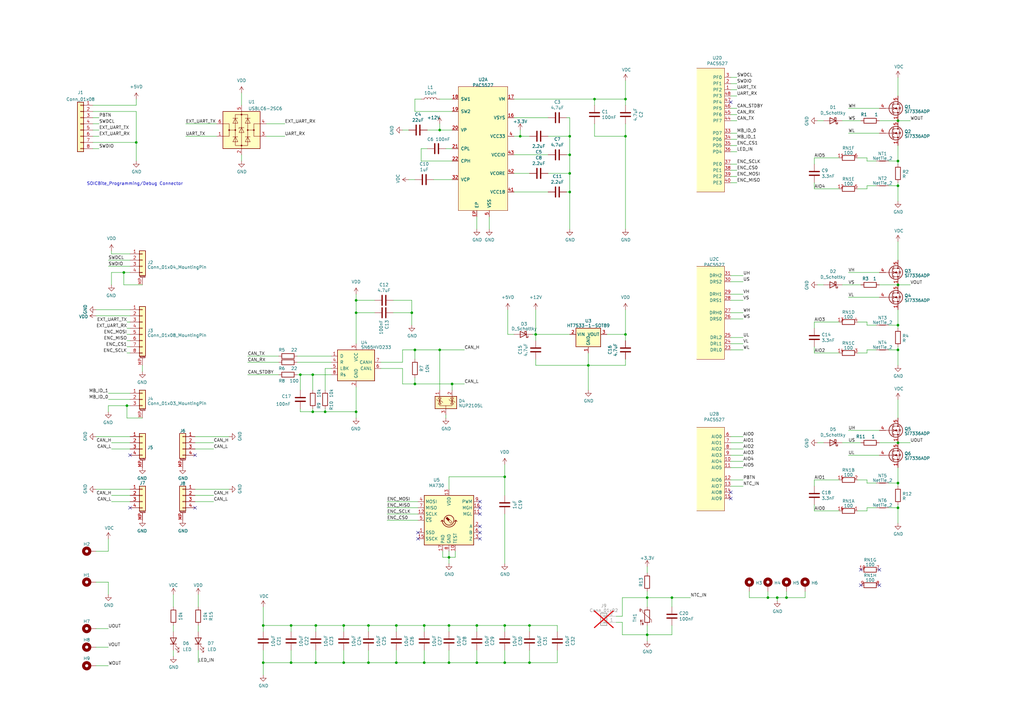
<source format=kicad_sch>
(kicad_sch (version 20230121) (generator eeschema)
  (paper "A3")
  (junction (at 140.97 256.54))
  (junction (at 275.59 245.11))
  (junction (at 140.97 271.78))
  (junction (at 217.17 271.78))
  (junction (at 151.13 256.54))
  (junction (at 368.3 143.51))
  (junction (at 314.96 245.11))
  (junction (at 256.54 40.64))
  (junction (at 55.88 58.42))
  (junction (at 207.01 271.78))
  (junction (at 195.58 256.54))
  (junction (at 207.01 256.54))
  (junction (at 151.13 271.78))
  (junction (at 128.27 153.67))
  (junction (at 180.34 143.51))
  (junction (at 368.3 49.53))
  (junction (at 368.3 76.2))
  (junction (at 119.38 271.78))
  (junction (at 195.58 271.78))
  (junction (at 146.05 128.27))
  (junction (at 180.34 53.34))
  (junction (at 233.68 78.74))
  (junction (at 368.3 181.61))
  (junction (at 170.18 157.48))
  (junction (at 233.68 71.12))
  (junction (at 233.68 55.88))
  (junction (at 256.54 55.88))
  (junction (at 173.99 271.78))
  (junction (at 173.99 256.54))
  (junction (at 184.15 271.78))
  (junction (at 107.95 271.78))
  (junction (at 368.3 133.35))
  (junction (at 368.3 198.12))
  (junction (at 217.17 256.54))
  (junction (at 213.36 55.88))
  (junction (at 265.43 260.35))
  (junction (at 368.3 66.04))
  (junction (at 184.15 256.54))
  (junction (at 184.15 228.6))
  (junction (at 322.58 245.11))
  (junction (at 162.56 271.78))
  (junction (at 185.42 157.48))
  (junction (at 243.84 40.64))
  (junction (at 146.05 168.91))
  (junction (at 107.95 256.54))
  (junction (at 128.27 168.91))
  (junction (at 256.54 137.16))
  (junction (at 241.3 149.86))
  (junction (at 168.91 128.27))
  (junction (at 318.77 245.11))
  (junction (at 162.56 256.54))
  (junction (at 170.18 143.51))
  (junction (at 368.3 116.84))
  (junction (at 52.07 166.37))
  (junction (at 133.35 168.91))
  (junction (at 233.68 63.5))
  (junction (at 265.43 245.11))
  (junction (at 207.01 195.58))
  (junction (at 50.8 111.76))
  (junction (at 129.54 271.78))
  (junction (at 368.3 208.28))
  (junction (at 123.19 153.67))
  (junction (at 119.38 256.54))
  (junction (at 146.05 123.19))
  (junction (at 129.54 256.54))
  (junction (at 219.71 137.16))
  (no_connect (at 196.85 205.74))
  (no_connect (at 171.45 220.98))
  (no_connect (at 171.45 218.44))
  (no_connect (at 360.68 240.03))
  (no_connect (at 80.01 208.28))
  (no_connect (at 360.68 233.68))
  (no_connect (at 299.72 41.91))
  (no_connect (at 53.34 186.69))
  (no_connect (at 80.01 186.69))
  (no_connect (at 53.34 208.28))
  (no_connect (at 353.06 240.03))
  (no_connect (at 353.06 233.68))
  (no_connect (at 196.85 208.28))
  (no_connect (at 196.85 210.82))
  (no_connect (at 196.85 220.98))
  (no_connect (at 196.85 215.9))
  (no_connect (at 196.85 218.44))
  (no_connect (at 299.72 201.93))
  (no_connect (at 299.72 204.47))
  (wire (pts (xy 151.13 266.7) (xy 151.13 271.78)))
  (wire (pts (xy 368.3 133.35) (xy 368.3 134.62)))
  (wire (pts (xy 219.71 149.86) (xy 241.3 149.86)))
  (wire (pts (xy 52.07 144.78) (xy 53.34 144.78)))
  (wire (pts (xy 355.6 208.28) (xy 359.41 208.28)))
  (wire (pts (xy 99.06 38.1) (xy 99.06 43.18)))
  (wire (pts (xy 39.37 129.54) (xy 53.34 129.54)))
  (wire (pts (xy 180.34 143.51) (xy 170.18 143.51)))
  (wire (pts (xy 50.8 116.84) (xy 50.8 111.76)))
  (wire (pts (xy 121.92 148.59) (xy 135.89 148.59)))
  (wire (pts (xy 81.28 243.84) (xy 81.28 248.92)))
  (wire (pts (xy 217.17 271.78) (xy 228.6 271.78)))
  (wire (pts (xy 353.06 49.53) (xy 345.44 49.53)))
  (wire (pts (xy 299.72 59.69) (xy 302.26 59.69)))
  (wire (pts (xy 299.72 57.15) (xy 302.26 57.15)))
  (wire (pts (xy 76.2 50.8) (xy 88.9 50.8)))
  (wire (pts (xy 58.42 152.4) (xy 58.42 149.86)))
  (wire (pts (xy 71.12 256.54) (xy 71.12 259.08)))
  (wire (pts (xy 170.18 143.51) (xy 170.18 147.32)))
  (wire (pts (xy 217.17 256.54) (xy 228.6 256.54)))
  (wire (pts (xy 355.6 133.35) (xy 359.41 133.35)))
  (wire (pts (xy 347.98 121.92) (xy 360.68 121.92)))
  (wire (pts (xy 233.68 71.12) (xy 233.68 78.74)))
  (wire (pts (xy 360.68 49.53) (xy 368.3 49.53)))
  (wire (pts (xy 368.3 207.01) (xy 368.3 208.28)))
  (wire (pts (xy 233.68 63.5) (xy 233.68 71.12)))
  (wire (pts (xy 99.06 63.5) (xy 99.06 66.04)))
  (wire (pts (xy 299.72 74.93) (xy 302.26 74.93)))
  (wire (pts (xy 335.28 49.53) (xy 337.82 49.53)))
  (wire (pts (xy 123.19 153.67) (xy 128.27 153.67)))
  (wire (pts (xy 351.79 132.08) (xy 355.6 132.08)))
  (wire (pts (xy 180.34 143.51) (xy 180.34 160.02)))
  (wire (pts (xy 162.56 256.54) (xy 162.56 259.08)))
  (wire (pts (xy 224.79 48.26) (xy 210.82 48.26)))
  (wire (pts (xy 38.1 55.88) (xy 40.64 55.88)))
  (wire (pts (xy 364.49 143.51) (xy 368.3 143.51)))
  (wire (pts (xy 307.34 242.57) (xy 307.34 245.11)))
  (wire (pts (xy 170.18 40.64) (xy 170.18 45.72)))
  (wire (pts (xy 129.54 266.7) (xy 129.54 271.78)))
  (wire (pts (xy 173.99 256.54) (xy 173.99 259.08)))
  (wire (pts (xy 146.05 123.19) (xy 153.67 123.19)))
  (wire (pts (xy 93.98 179.07) (xy 80.01 179.07)))
  (wire (pts (xy 213.36 53.34) (xy 213.36 55.88)))
  (wire (pts (xy 353.06 181.61) (xy 345.44 181.61)))
  (wire (pts (xy 330.2 245.11) (xy 322.58 245.11)))
  (wire (pts (xy 181.61 228.6) (xy 184.15 228.6)))
  (wire (pts (xy 207.01 190.5) (xy 207.01 195.58)))
  (wire (pts (xy 44.45 238.76) (xy 44.45 243.84)))
  (wire (pts (xy 368.3 99.06) (xy 368.3 106.68)))
  (wire (pts (xy 217.17 266.7) (xy 217.17 271.78)))
  (wire (pts (xy 364.49 66.04) (xy 368.3 66.04)))
  (wire (pts (xy 161.29 123.19) (xy 168.91 123.19)))
  (wire (pts (xy 165.1 157.48) (xy 170.18 157.48)))
  (wire (pts (xy 39.37 265.43) (xy 44.45 265.43)))
  (wire (pts (xy 355.6 208.28) (xy 355.6 209.55)))
  (wire (pts (xy 256.54 139.7) (xy 256.54 137.16)))
  (wire (pts (xy 256.54 137.16) (xy 256.54 127)))
  (wire (pts (xy 368.3 66.04) (xy 368.3 67.31)))
  (wire (pts (xy 241.3 149.86) (xy 241.3 144.78)))
  (wire (pts (xy 50.8 116.84) (xy 58.42 116.84)))
  (wire (pts (xy 172.72 66.04) (xy 185.42 66.04)))
  (wire (pts (xy 299.72 113.03) (xy 304.8 113.03)))
  (wire (pts (xy 44.45 161.29) (xy 53.34 161.29)))
  (wire (pts (xy 265.43 242.57) (xy 265.43 245.11)))
  (wire (pts (xy 210.82 137.16) (xy 208.28 137.16)))
  (wire (pts (xy 38.1 58.42) (xy 55.88 58.42)))
  (wire (pts (xy 241.3 149.86) (xy 256.54 149.86)))
  (wire (pts (xy 123.19 167.64) (xy 123.19 168.91)))
  (wire (pts (xy 255.27 260.35) (xy 265.43 260.35)))
  (wire (pts (xy 165.1 143.51) (xy 165.1 148.59)))
  (wire (pts (xy 180.34 50.8) (xy 180.34 53.34)))
  (wire (pts (xy 101.6 146.05) (xy 114.3 146.05)))
  (wire (pts (xy 52.07 166.37) (xy 44.45 166.37)))
  (wire (pts (xy 184.15 228.6) (xy 184.15 231.14)))
  (wire (pts (xy 299.72 46.99) (xy 302.26 46.99)))
  (wire (pts (xy 55.88 43.18) (xy 55.88 40.64)))
  (wire (pts (xy 265.43 245.11) (xy 265.43 248.92)))
  (wire (pts (xy 228.6 256.54) (xy 228.6 259.08)))
  (wire (pts (xy 299.72 199.39) (xy 304.8 199.39)))
  (wire (pts (xy 330.2 242.57) (xy 330.2 245.11)))
  (wire (pts (xy 334.01 207.01) (xy 334.01 209.55)))
  (wire (pts (xy 151.13 259.08) (xy 151.13 256.54)))
  (wire (pts (xy 151.13 271.78) (xy 162.56 271.78)))
  (wire (pts (xy 299.72 138.43) (xy 304.8 138.43)))
  (wire (pts (xy 224.79 71.12) (xy 233.68 71.12)))
  (wire (pts (xy 233.68 78.74) (xy 233.68 93.98)))
  (wire (pts (xy 207.01 210.82) (xy 207.01 231.14)))
  (wire (pts (xy 299.72 69.85) (xy 302.26 69.85)))
  (wire (pts (xy 210.82 63.5) (xy 224.79 63.5)))
  (wire (pts (xy 140.97 266.7) (xy 140.97 271.78)))
  (wire (pts (xy 265.43 256.54) (xy 265.43 260.35)))
  (wire (pts (xy 184.15 226.06) (xy 184.15 228.6)))
  (wire (pts (xy 322.58 245.11) (xy 318.77 245.11)))
  (wire (pts (xy 207.01 256.54) (xy 207.01 259.08)))
  (wire (pts (xy 181.61 226.06) (xy 181.61 228.6)))
  (wire (pts (xy 299.72 189.23) (xy 304.8 189.23)))
  (wire (pts (xy 364.49 208.28) (xy 368.3 208.28)))
  (wire (pts (xy 334.01 74.93) (xy 334.01 77.47)))
  (wire (pts (xy 76.2 55.88) (xy 88.9 55.88)))
  (wire (pts (xy 146.05 120.65) (xy 146.05 123.19)))
  (wire (pts (xy 140.97 271.78) (xy 151.13 271.78)))
  (wire (pts (xy 107.95 266.7) (xy 107.95 271.78)))
  (wire (pts (xy 334.01 209.55) (xy 344.17 209.55)))
  (wire (pts (xy 87.63 184.15) (xy 80.01 184.15)))
  (wire (pts (xy 208.28 127) (xy 208.28 137.16)))
  (wire (pts (xy 172.72 40.64) (xy 170.18 40.64)))
  (wire (pts (xy 128.27 167.64) (xy 128.27 168.91)))
  (wire (pts (xy 334.01 196.85) (xy 334.01 199.39)))
  (wire (pts (xy 299.72 130.81) (xy 304.8 130.81)))
  (wire (pts (xy 256.54 33.02) (xy 256.54 40.64)))
  (wire (pts (xy 185.42 157.48) (xy 190.5 157.48)))
  (wire (pts (xy 219.71 127) (xy 219.71 137.16)))
  (wire (pts (xy 146.05 128.27) (xy 146.05 140.97)))
  (wire (pts (xy 38.1 45.72) (xy 55.88 45.72)))
  (wire (pts (xy 368.3 163.83) (xy 368.3 171.45)))
  (wire (pts (xy 151.13 256.54) (xy 162.56 256.54)))
  (wire (pts (xy 128.27 153.67) (xy 128.27 160.02)))
  (wire (pts (xy 368.3 142.24) (xy 368.3 143.51)))
  (wire (pts (xy 81.28 256.54) (xy 81.28 259.08)))
  (wire (pts (xy 119.38 256.54) (xy 119.38 259.08)))
  (wire (pts (xy 355.6 133.35) (xy 355.6 132.08)))
  (wire (pts (xy 39.37 200.66) (xy 53.34 200.66)))
  (wire (pts (xy 299.72 49.53) (xy 302.26 49.53)))
  (wire (pts (xy 45.72 205.74) (xy 53.34 205.74)))
  (wire (pts (xy 38.1 48.26) (xy 40.64 48.26)))
  (wire (pts (xy 55.88 58.42) (xy 55.88 66.04)))
  (wire (pts (xy 107.95 271.78) (xy 107.95 276.86)))
  (wire (pts (xy 355.6 198.12) (xy 359.41 198.12)))
  (wire (pts (xy 140.97 256.54) (xy 151.13 256.54)))
  (wire (pts (xy 168.91 123.19) (xy 168.91 128.27)))
  (wire (pts (xy 121.92 153.67) (xy 123.19 153.67)))
  (wire (pts (xy 156.21 148.59) (xy 165.1 148.59)))
  (wire (pts (xy 52.07 171.45) (xy 52.07 166.37)))
  (wire (pts (xy 368.3 181.61) (xy 373.38 181.61)))
  (wire (pts (xy 299.72 39.37) (xy 302.26 39.37)))
  (wire (pts (xy 243.84 55.88) (xy 256.54 55.88)))
  (wire (pts (xy 314.96 245.11) (xy 307.34 245.11)))
  (wire (pts (xy 161.29 128.27) (xy 168.91 128.27)))
  (wire (pts (xy 256.54 149.86) (xy 256.54 147.32)))
  (wire (pts (xy 351.79 196.85) (xy 355.6 196.85)))
  (wire (pts (xy 210.82 55.88) (xy 213.36 55.88)))
  (wire (pts (xy 123.19 160.02) (xy 123.19 153.67)))
  (wire (pts (xy 299.72 54.61) (xy 302.26 54.61)))
  (wire (pts (xy 129.54 271.78) (xy 140.97 271.78)))
  (wire (pts (xy 39.37 127) (xy 53.34 127)))
  (wire (pts (xy 195.58 93.98) (xy 195.58 88.9)))
  (wire (pts (xy 168.91 128.27) (xy 168.91 133.35)))
  (wire (pts (xy 210.82 78.74) (xy 224.79 78.74)))
  (wire (pts (xy 299.72 191.77) (xy 304.8 191.77)))
  (wire (pts (xy 119.38 256.54) (xy 107.95 256.54)))
  (wire (pts (xy 265.43 245.11) (xy 255.27 245.11)))
  (wire (pts (xy 119.38 266.7) (xy 119.38 271.78)))
  (wire (pts (xy 304.8 181.61) (xy 299.72 181.61)))
  (wire (pts (xy 133.35 167.64) (xy 133.35 168.91)))
  (wire (pts (xy 87.63 203.2) (xy 80.01 203.2)))
  (wire (pts (xy 158.75 205.74) (xy 171.45 205.74)))
  (wire (pts (xy 299.72 72.39) (xy 302.26 72.39)))
  (wire (pts (xy 299.72 143.51) (xy 304.8 143.51)))
  (wire (pts (xy 109.22 55.88) (xy 116.84 55.88)))
  (wire (pts (xy 368.3 143.51) (xy 368.3 149.86)))
  (wire (pts (xy 173.99 266.7) (xy 173.99 271.78)))
  (wire (pts (xy 299.72 179.07) (xy 304.8 179.07)))
  (wire (pts (xy 129.54 256.54) (xy 119.38 256.54)))
  (wire (pts (xy 128.27 168.91) (xy 133.35 168.91)))
  (wire (pts (xy 275.59 248.92) (xy 275.59 245.11)))
  (wire (pts (xy 243.84 50.8) (xy 243.84 55.88)))
  (wire (pts (xy 355.6 66.04) (xy 359.41 66.04)))
  (wire (pts (xy 87.63 205.74) (xy 80.01 205.74)))
  (wire (pts (xy 355.6 198.12) (xy 355.6 196.85)))
  (wire (pts (xy 165.1 151.13) (xy 165.1 157.48)))
  (wire (pts (xy 364.49 76.2) (xy 368.3 76.2)))
  (wire (pts (xy 71.12 243.84) (xy 71.12 248.92)))
  (wire (pts (xy 158.75 210.82) (xy 171.45 210.82)))
  (wire (pts (xy 195.58 266.7) (xy 195.58 271.78)))
  (wire (pts (xy 344.17 196.85) (xy 334.01 196.85)))
  (wire (pts (xy 44.45 166.37) (xy 44.45 168.91)))
  (wire (pts (xy 347.98 44.45) (xy 360.68 44.45)))
  (wire (pts (xy 165.1 53.34) (xy 167.64 53.34)))
  (wire (pts (xy 128.27 153.67) (xy 135.89 153.67)))
  (wire (pts (xy 299.72 36.83) (xy 302.26 36.83)))
  (wire (pts (xy 334.01 144.78) (xy 344.17 144.78)))
  (wire (pts (xy 217.17 259.08) (xy 217.17 256.54)))
  (wire (pts (xy 252.73 255.27) (xy 255.27 255.27)))
  (wire (pts (xy 184.15 266.7) (xy 184.15 271.78)))
  (wire (pts (xy 158.75 208.28) (xy 171.45 208.28)))
  (wire (pts (xy 184.15 271.78) (xy 195.58 271.78)))
  (wire (pts (xy 219.71 137.16) (xy 219.71 139.7)))
  (wire (pts (xy 355.6 66.04) (xy 355.6 64.77)))
  (wire (pts (xy 107.95 271.78) (xy 119.38 271.78)))
  (wire (pts (xy 38.1 50.8) (xy 40.64 50.8)))
  (wire (pts (xy 162.56 266.7) (xy 162.56 271.78)))
  (wire (pts (xy 184.15 228.6) (xy 186.69 228.6)))
  (wire (pts (xy 368.3 116.84) (xy 373.38 116.84)))
  (wire (pts (xy 45.72 181.61) (xy 53.34 181.61)))
  (wire (pts (xy 170.18 157.48) (xy 185.42 157.48)))
  (wire (pts (xy 156.21 151.13) (xy 165.1 151.13)))
  (wire (pts (xy 140.97 256.54) (xy 140.97 259.08)))
  (wire (pts (xy 256.54 50.8) (xy 256.54 55.88)))
  (wire (pts (xy 347.98 54.61) (xy 360.68 54.61)))
  (wire (pts (xy 170.18 154.94) (xy 170.18 157.48)))
  (wire (pts (xy 248.92 137.16) (xy 256.54 137.16)))
  (wire (pts (xy 322.58 242.57) (xy 322.58 245.11)))
  (wire (pts (xy 45.72 203.2) (xy 53.34 203.2)))
  (wire (pts (xy 318.77 245.11) (xy 314.96 245.11)))
  (wire (pts (xy 228.6 266.7) (xy 228.6 271.78)))
  (wire (pts (xy 355.6 76.2) (xy 359.41 76.2)))
  (wire (pts (xy 133.35 151.13) (xy 133.35 160.02)))
  (wire (pts (xy 299.72 123.19) (xy 304.8 123.19)))
  (wire (pts (xy 39.37 179.07) (xy 53.34 179.07)))
  (wire (pts (xy 355.6 76.2) (xy 355.6 77.47)))
  (wire (pts (xy 233.68 55.88) (xy 233.68 63.5)))
  (wire (pts (xy 195.58 256.54) (xy 207.01 256.54)))
  (wire (pts (xy 265.43 232.41) (xy 265.43 234.95)))
  (wire (pts (xy 55.88 45.72) (xy 55.88 58.42)))
  (wire (pts (xy 241.3 149.86) (xy 241.3 160.02)))
  (wire (pts (xy 299.72 196.85) (xy 304.8 196.85)))
  (wire (pts (xy 195.58 271.78) (xy 207.01 271.78)))
  (wire (pts (xy 252.73 252.73) (xy 255.27 252.73)))
  (wire (pts (xy 256.54 40.64) (xy 256.54 43.18)))
  (wire (pts (xy 121.92 146.05) (xy 135.89 146.05)))
  (wire (pts (xy 195.58 256.54) (xy 195.58 259.08)))
  (wire (pts (xy 334.01 77.47) (xy 344.17 77.47)))
  (wire (pts (xy 255.27 255.27) (xy 255.27 260.35)))
  (wire (pts (xy 170.18 45.72) (xy 185.42 45.72)))
  (wire (pts (xy 299.72 62.23) (xy 302.26 62.23)))
  (wire (pts (xy 38.1 53.34) (xy 40.64 53.34)))
  (wire (pts (xy 185.42 40.64) (xy 180.34 40.64)))
  (wire (pts (xy 360.68 116.84) (xy 368.3 116.84)))
  (wire (pts (xy 344.17 132.08) (xy 334.01 132.08)))
  (wire (pts (xy 207.01 195.58) (xy 207.01 203.2)))
  (wire (pts (xy 255.27 245.11) (xy 255.27 252.73)))
  (wire (pts (xy 299.72 34.29) (xy 302.26 34.29)))
  (wire (pts (xy 129.54 256.54) (xy 129.54 259.08)))
  (wire (pts (xy 368.3 208.28) (xy 368.3 214.63)))
  (wire (pts (xy 185.42 157.48) (xy 185.42 160.02)))
  (wire (pts (xy 146.05 123.19) (xy 146.05 128.27)))
  (wire (pts (xy 299.72 120.65) (xy 304.8 120.65)))
  (wire (pts (xy 172.72 60.96) (xy 175.26 60.96)))
  (wire (pts (xy 233.68 48.26) (xy 233.68 55.88)))
  (wire (pts (xy 180.34 53.34) (xy 175.26 53.34)))
  (wire (pts (xy 185.42 53.34) (xy 180.34 53.34)))
  (wire (pts (xy 364.49 198.12) (xy 368.3 198.12)))
  (wire (pts (xy 207.01 256.54) (xy 217.17 256.54)))
  (wire (pts (xy 368.3 74.93) (xy 368.3 76.2)))
  (wire (pts (xy 256.54 55.88) (xy 256.54 93.98)))
  (wire (pts (xy 190.5 143.51) (xy 180.34 143.51)))
  (wire (pts (xy 265.43 260.35) (xy 265.43 262.89)))
  (wire (pts (xy 50.8 111.76) (xy 53.34 111.76)))
  (wire (pts (xy 58.42 171.45) (xy 52.07 171.45)))
  (wire (pts (xy 368.3 198.12) (xy 368.3 199.39)))
  (wire (pts (xy 52.07 132.08) (xy 53.34 132.08)))
  (wire (pts (xy 243.84 43.18) (xy 243.84 40.64)))
  (wire (pts (xy 146.05 128.27) (xy 153.67 128.27)))
  (wire (pts (xy 184.15 200.66) (xy 184.15 195.58)))
  (wire (pts (xy 299.72 128.27) (xy 304.8 128.27)))
  (wire (pts (xy 93.98 200.66) (xy 80.01 200.66)))
  (wire (pts (xy 109.22 50.8) (xy 116.84 50.8)))
  (wire (pts (xy 173.99 271.78) (xy 184.15 271.78)))
  (wire (pts (xy 344.17 64.77) (xy 334.01 64.77)))
  (wire (pts (xy 353.06 116.84) (xy 345.44 116.84)))
  (wire (pts (xy 39.37 273.05) (xy 44.45 273.05)))
  (wire (pts (xy 256.54 40.64) (xy 243.84 40.64)))
  (wire (pts (xy 182.88 171.45) (xy 182.88 170.18)))
  (wire (pts (xy 355.6 143.51) (xy 359.41 143.51)))
  (wire (pts (xy 39.37 238.76) (xy 44.45 238.76)))
  (wire (pts (xy 185.42 73.66) (xy 177.8 73.66)))
  (wire (pts (xy 45.72 111.76) (xy 45.72 116.84)))
  (wire (pts (xy 52.07 142.24) (xy 53.34 142.24)))
  (wire (pts (xy 45.72 104.14) (xy 45.72 102.87)))
  (wire (pts (xy 335.28 116.84) (xy 337.82 116.84)))
  (wire (pts (xy 368.3 49.53) (xy 373.38 49.53)))
  (wire (pts (xy 101.6 148.59) (xy 114.3 148.59)))
  (wire (pts (xy 170.18 73.66) (xy 167.64 73.66)))
  (wire (pts (xy 217.17 71.12) (xy 210.82 71.12)))
  (wire (pts (xy 355.6 143.51) (xy 355.6 144.78)))
  (wire (pts (xy 368.3 191.77) (xy 368.3 198.12)))
  (wire (pts (xy 71.12 266.7) (xy 71.12 269.24)))
  (wire (pts (xy 364.49 133.35) (xy 368.3 133.35)))
  (wire (pts (xy 44.45 163.83) (xy 53.34 163.83)))
  (wire (pts (xy 351.79 64.77) (xy 355.6 64.77)))
  (wire (pts (xy 200.66 88.9) (xy 200.66 93.98)))
  (wire (pts (xy 360.68 181.61) (xy 368.3 181.61)))
  (wire (pts (xy 335.28 181.61) (xy 337.82 181.61)))
  (wire (pts (xy 186.69 228.6) (xy 186.69 226.06)))
  (wire (pts (xy 207.01 271.78) (xy 217.17 271.78)))
  (wire (pts (xy 243.84 40.64) (xy 210.82 40.64)))
  (wire (pts (xy 38.1 60.96) (xy 40.64 60.96)))
  (wire (pts (xy 107.95 248.92) (xy 107.95 256.54)))
  (wire (pts (xy 232.41 63.5) (xy 233.68 63.5)))
  (wire (pts (xy 219.71 137.16) (xy 233.68 137.16)))
  (wire (pts (xy 184.15 195.58) (xy 207.01 195.58)))
  (wire (pts (xy 182.88 60.96) (xy 185.42 60.96)))
  (wire (pts (xy 123.19 168.91) (xy 128.27 168.91)))
  (wire (pts (xy 119.38 271.78) (xy 129.54 271.78)))
  (wire (pts (xy 87.63 181.61) (xy 80.01 181.61)))
  (wire (pts (xy 368.3 31.75) (xy 368.3 39.37)))
  (wire (pts (xy 265.43 260.35) (xy 275.59 260.35)))
  (wire (pts (xy 146.05 158.75) (xy 146.05 168.91)))
  (wire (pts (xy 318.77 246.38) (xy 318.77 245.11)))
  (wire (pts (xy 184.15 259.08) (xy 184.15 256.54)))
  (wire (pts (xy 81.28 266.7) (xy 81.28 271.78)))
  (wire (pts (xy 53.34 166.37) (xy 52.07 166.37)))
  (wire (pts (xy 218.44 137.16) (xy 219.71 137.16)))
  (wire (pts (xy 44.45 109.22) (xy 53.34 109.22)))
  (wire (pts (xy 172.72 60.96) (xy 172.72 66.04)))
  (wire (pts (xy 299.72 44.45) (xy 302.26 44.45)))
  (wire (pts (xy 347.98 111.76) (xy 360.68 111.76)))
  (wire (pts (xy 101.6 153.67) (xy 114.3 153.67)))
  (wire (pts (xy 368.3 59.69) (xy 368.3 66.04)))
  (wire (pts (xy 170.18 143.51) (xy 165.1 143.51)))
  (wire (pts (xy 351.79 209.55) (xy 355.6 209.55)))
  (wire (pts (xy 351.79 77.47) (xy 355.6 77.47)))
  (wire (pts (xy 299.72 67.31) (xy 302.26 67.31)))
  (wire (pts (xy 299.72 115.57) (xy 304.8 115.57)))
  (wire (pts (xy 52.07 134.62) (xy 53.34 134.62)))
  (wire (pts (xy 368.3 127) (xy 368.3 133.35)))
  (wire (pts (xy 44.45 226.06) (xy 44.45 220.98)))
  (wire (pts (xy 299.72 184.15) (xy 304.8 184.15)))
  (wire (pts (xy 173.99 256.54) (xy 184.15 256.54)))
  (wire (pts (xy 133.35 168.91) (xy 146.05 168.91)))
  (wire (pts (xy 265.43 245.11) (xy 275.59 245.11)))
  (wire (pts (xy 129.54 256.54) (xy 140.97 256.54)))
  (wire (pts (xy 368.3 76.2) (xy 368.3 82.55)))
  (wire (pts (xy 232.41 78.74) (xy 233.68 78.74)))
  (wire (pts (xy 50.8 111.76) (xy 45.72 111.76)))
  (wire (pts (xy 39.37 257.81) (xy 44.45 257.81)))
  (wire (pts (xy 351.79 144.78) (xy 355.6 144.78)))
  (wire (pts (xy 347.98 186.69) (xy 360.68 186.69)))
  (wire (pts (xy 334.01 142.24) (xy 334.01 144.78)))
  (wire (pts (xy 107.95 256.54) (xy 107.95 259.08)))
  (wire (pts (xy 334.01 64.77) (xy 334.01 67.31)))
  (wire (pts (xy 184.15 256.54) (xy 195.58 256.54)))
  (wire (pts (xy 299.72 140.97) (xy 304.8 140.97)))
  (wire (pts (xy 52.07 137.16) (xy 53.34 137.16)))
  (wire (pts (xy 275.59 245.11) (xy 283.21 245.11)))
  (wire (pts (xy 53.34 104.14) (xy 45.72 104.14)))
  (wire (pts (xy 334.01 132.08) (xy 334.01 134.62)))
  (wire (pts (xy 44.45 106.68) (xy 53.34 106.68)))
  (wire (pts (xy 207.01 266.7) (xy 207.01 271.78)))
  (wire (pts (xy 314.96 242.57) (xy 314.96 245.11)))
  (wire (pts (xy 52.07 139.7) (xy 53.34 139.7)))
  (wire (pts (xy 275.59 256.54) (xy 275.59 260.35)))
  (wire (pts (xy 162.56 256.54) (xy 173.99 256.54)))
  (wire (pts (xy 158.75 213.36) (xy 171.45 213.36)))
  (wire (pts (xy 146.05 168.91) (xy 146.05 171.45)))
  (wire (pts (xy 232.41 48.26) (xy 233.68 48.26)))
  (wire (pts (xy 213.36 55.88) (xy 217.17 55.88)))
  (wire (pts (xy 38.1 43.18) (xy 55.88 43.18)))
  (wire (pts (xy 304.8 186.69) (xy 299.72 186.69)))
  (wire (pts (xy 133.35 151.13) (xy 135.89 151.13)))
  (wire (pts (xy 219.71 147.32) (xy 219.71 149.86)))
  (wire (pts (xy 299.72 31.75) (xy 302.26 31.75)))
  (wire (pts (xy 45.72 184.15) (xy 53.34 184.15)))
  (wire (pts (xy 162.56 271.78) (xy 173.99 271.78)))
  (wire (pts (xy 224.79 55.88) (xy 233.68 55.88)))
  (wire (pts (xy 347.98 176.53) (xy 360.68 176.53)))
  (wire (pts (xy 39.37 226.06) (xy 44.45 226.06)))
  (text "SOICBite_Programming/Debug Connector\n" (at 35.56 76.2 0) (effects (font (size 1.27 1.27)) (justify left bottom)))
  (label "WH" (at 347.98 44.45 0))
  (label "CAN_L" (at 87.63 184.15 0))
  (label "ENC_MOSI" (at 52.07 137.16 180))
  (label "SWDIO" (at 44.45 109.22 0))
  (label "UL" (at 304.8 138.43 0))
  (label "ENC_MOSI" (at 158.75 205.74 0))
  (label "AIO4" (at 334.01 77.47 0))
  (label "ENC_MOSI" (at 302.26 72.39 0))
  (label "VL" (at 304.8 140.97 0))
  (label "UART_TX" (at 76.2 55.88 0))
  (label "WS" (at 304.8 130.81 0))
  (label "UOUT" (at 373.38 181.61 0))
  (label "ENC_SCLK" (at 158.75 210.82 0))
  (label "ENC_SCLK" (at 52.07 144.78 180))
  (label "UH" (at 304.8 113.03 0))
  (label "MB_ID_1" (at 302.26 57.15 0))
  (label "VL" (at 347.98 121.92 0))
  (label "VOUT" (at 373.38 116.84 0))
  (label "UH" (at 347.98 176.53 0))
  (label "CAN_RX" (at 101.6 148.59 0))
  (label "SWDCL" (at 302.26 31.75 0))
  (label "CAN_STDBY" (at 302.26 44.45 0))
  (label "ENC_CS1" (at 52.07 142.24 180))
  (label "CAN_RX" (at 302.26 46.99 0))
  (label "AIO1" (at 304.8 181.61 0))
  (label "SWDIO" (at 302.26 34.29 0))
  (label "AIO3" (at 304.8 186.69 0))
  (label "PBTN" (at 40.64 48.26 0))
  (label "WOUT" (at 373.38 49.53 0))
  (label "CAN_TX" (at 101.6 146.05 0))
  (label "VS" (at 347.98 116.84 0))
  (label "MB_ID_1" (at 44.45 161.29 180))
  (label "WH" (at 304.8 128.27 0))
  (label "AIO0" (at 334.01 209.55 0))
  (label "UART_TX" (at 302.26 36.83 0))
  (label "ENC_CS0" (at 302.26 69.85 0))
  (label "VS" (at 304.8 123.19 0))
  (label "VOUT" (at 44.45 265.43 0))
  (label "ENC_SCLK" (at 302.26 67.31 0))
  (label "SWDCL" (at 40.64 50.8 0))
  (label "EXT_UART_RX" (at 52.07 134.62 180))
  (label "CAN_H" (at 87.63 203.2 0))
  (label "ENC_MISO" (at 302.26 74.93 0))
  (label "LED_IN" (at 302.26 62.23 0))
  (label "SWDCL" (at 44.45 106.68 0))
  (label "EXT_UART_RX" (at 40.64 55.88 0))
  (label "WL" (at 304.8 143.51 0))
  (label "LED_IN" (at 81.28 271.78 0))
  (label "AIO5" (at 334.01 64.77 0))
  (label "AIO1" (at 334.01 196.85 0))
  (label "ENC_MISO" (at 158.75 208.28 0))
  (label "CAN_H" (at 190.5 143.51 0))
  (label "WS" (at 347.98 49.53 0))
  (label "EXT_UART_TX" (at 52.07 132.08 180))
  (label "AIO0" (at 304.8 179.07 0))
  (label "UART_RX" (at 116.84 55.88 0))
  (label "UOUT" (at 44.45 257.81 0))
  (label "NTC_IN" (at 304.8 199.39 0))
  (label "VH" (at 347.98 111.76 0))
  (label "PBTN" (at 304.8 196.85 0))
  (label "WOUT" (at 44.45 273.05 0))
  (label "CAN_L" (at 45.72 205.74 180))
  (label "AIO5" (at 304.8 191.77 0))
  (label "NTC_IN" (at 283.21 245.11 0))
  (label "CAN_TX" (at 302.26 49.53 0))
  (label "WL" (at 347.98 54.61 0))
  (label "CAN_H" (at 45.72 181.61 180))
  (label "AIO3" (at 334.01 132.08 0))
  (label "AIO2" (at 304.8 184.15 0))
  (label "US" (at 347.98 181.61 0))
  (label "SWDIO" (at 40.64 60.96 0))
  (label "ENC_MISO" (at 52.07 139.7 180))
  (label "US" (at 304.8 115.57 0))
  (label "EXT_UART_TX" (at 76.2 50.8 0))
  (label "UL" (at 347.98 186.69 0))
  (label "ENC_CS1" (at 302.26 59.69 0))
  (label "MB_ID_0" (at 302.26 54.61 0))
  (label "CAN_STDBY" (at 101.6 153.67 0))
  (label "EXT_UART_RX" (at 116.84 50.8 0))
  (label "EXT_UART_TX" (at 40.64 53.34 0))
  (label "UART_RX" (at 302.26 39.37 0))
  (label "MB_ID_0" (at 44.45 163.83 180))
  (label "AIO2" (at 334.01 144.78 0))
  (label "CAN_L" (at 190.5 157.48 0))
  (label "CAN_H" (at 87.63 181.61 0))
  (label "VH" (at 304.8 120.65 0))
  (label "CAN_H" (at 45.72 203.2 180))
  (label "ENC_CS0" (at 158.75 213.36 0))
  (label "AIO4" (at 304.8 189.23 0))
  (label "CAN_L" (at 87.63 205.74 0))
  (label "CAN_L" (at 45.72 184.15 180))
  (symbol (lib_id "PAC5527_MD:PAC5527") (at 198.12 60.96 0) (unit 1)
    (property "Reference" "U2" (at 198.12 32.639 0))
    (property "Value" "PAC5527" (at 198.12 34.9504 0))
    (property "Footprint" "PAC5527Driver:QFN-48-1EP_6x6mm_P0.4mm_EP4.3x4.3mm_ThermalVias" (effects hide))
  )
  (symbol (lib_id "PAC5527_MD:PAC5527") (at 289.56 194.31 0) (unit 2)
    (property "Reference" "U2" (at 292.9382 169.799 0))
    (property "Value" "PAC5527" (at 292.9382 172.1104 0))
    (property "Footprint" "PAC5527Driver:QFN-48-1EP_6x6mm_P0.4mm_EP4.3x4.3mm_ThermalVias" (effects hide))
  )
  (symbol (lib_id "PAC5527_MD:PAC5527") (at 289.56 133.35 0) (unit 3)
    (property "Reference" "U2" (at 292.9382 106.299 0))
    (property "Value" "PAC5527" (at 292.9382 108.6104 0))
    (property "Footprint" "PAC5527Driver:QFN-48-1EP_6x6mm_P0.4mm_EP4.3x4.3mm_ThermalVias" (effects hide))
  )
  (symbol (lib_id "PAC5527_MD:PAC5527") (at 289.56 53.34 0) (unit 4)
    (property "Reference" "U2" (at 294.2082 23.749 0))
    (property "Value" "PAC5527" (at 294.2082 26.0604 0))
    (property "Footprint" "PAC5527Driver:QFN-48-1EP_6x6mm_P0.4mm_EP4.3x4.3mm_ThermalVias" (effects hide))
  )
  (symbol (lib_id "Device:L") (at 176.53 40.64 90) (unit 1)
    (property "Reference" "L1" (at 176.53 35.814 90))
    (property "Value" "10uH" (at 176.53 38.1254 90))
    (property "Footprint" "Inductor_SMD:L_Changjiang_FNR3010S" (effects hide))
  )
  (symbol (lib_id "Device:C") (at 243.84 46.99 0) (unit 1)
    (property "Reference" "C1" (at 246.761 45.8216 0) (effects (justify left)))
    (property "Value" "100nF" (at 246.761 48.133 0) (effects (justify left)))
    (property "Footprint" "Capacitor_SMD:C_0603_1608Metric" (effects hide))
  )
  (symbol (lib_id "Device:C") (at 171.45 53.34 90) (unit 1)
    (property "Reference" "C4" (at 171.45 46.9392 90))
    (property "Value" "22uF" (at 171.45 49.2506 90))
    (property "Footprint" "Capacitor_SMD:C_0805_2012Metric" (effects hide))
  )
  (symbol (lib_id "Device:C") (at 173.99 73.66 90) (unit 1)
    (property "Reference" "C10" (at 173.99 67.2592 90))
    (property "Value" "1uF" (at 173.99 69.5706 90))
    (property "Footprint" "Capacitor_SMD:C_0402_1005Metric" (effects hide))
  )
  (symbol (lib_id "Device:C") (at 228.6 48.26 90) (unit 1)
    (property "Reference" "C3" (at 228.6 41.8592 90))
    (property "Value" "4.7uF" (at 228.6 44.1706 90))
    (property "Footprint" "Capacitor_SMD:C_0402_1005Metric" (effects hide))
  )
  (symbol (lib_id "Device:C") (at 220.98 55.88 90) (unit 1)
    (property "Reference" "C5" (at 220.98 62.2808 90))
    (property "Value" "2.2uF" (at 220.98 59.9694 90))
    (property "Footprint" "Capacitor_SMD:C_0402_1005Metric" (effects hide))
  )
  (symbol (lib_id "Device:C") (at 228.6 78.74 90) (unit 1)
    (property "Reference" "C11" (at 228.6 72.3392 90))
    (property "Value" "2.2uF" (at 228.6 74.6506 90))
    (property "Footprint" "Capacitor_SMD:C_0402_1005Metric" (effects hide))
  )
  (symbol (lib_id "Device:C") (at 220.98 71.12 90) (unit 1)
    (property "Reference" "C8" (at 220.98 64.7192 90))
    (property "Value" "2.2uF" (at 220.98 67.0306 90))
    (property "Footprint" "Capacitor_SMD:C_0402_1005Metric" (effects hide))
  )
  (symbol (lib_id "Device:C") (at 228.6 63.5 90) (unit 1)
    (property "Reference" "C7" (at 228.6 57.0992 90))
    (property "Value" "4.7uF" (at 228.6 59.4106 90))
    (property "Footprint" "Capacitor_SMD:C_0402_1005Metric" (effects hide))
  )
  (symbol (lib_id "Device:C") (at 179.07 60.96 90) (unit 1)
    (property "Reference" "C6" (at 176.53 57.15 90))
    (property "Value" "100nF" (at 181.61 57.15 90))
    (property "Footprint" "Capacitor_SMD:C_0402_1005Metric" (effects hide))
  )
  (symbol (lib_id "Sensor_Magnetic:MA730") (at 184.15 213.36 0) (unit 1)
    (property "Reference" "U5" (at 179.07 196.85 0))
    (property "Value" "MA730" (at 179.07 199.1614 0))
    (property "Footprint" "Package_DFN_QFN:QFN-16-1EP_3x3mm_P0.5mm_EP1.7x1.7mm" (effects hide))
    (property "Datasheet" "https://www.monolithicpower.com/pub/media/document/m/a/ma730_r1.01.pdf" (effects hide))
  )
  (symbol (lib_id "power:VDC") (at 256.54 33.02 0) (unit 1)
    (property "Reference" "#PWR02" (effects hide))
    (property "Value" "VDC" (at 256.921 28.6258 0))
  )
  (symbol (lib_id "power:VDC") (at 368.3 163.83 0) (unit 1)
    (property "Reference" "#PWR031" (effects hide))
    (property "Value" "VDC" (at 368.681 159.4358 0))
  )
  (symbol (lib_id "Device:R") (at 356.87 181.61 270) (unit 1)
    (property "Reference" "R11" (at 353.06 179.07 90))
    (property "Value" "1" (at 358.14 179.07 90))
    (property "Footprint" "Resistor_SMD:R_0402_1005Metric" (effects hide))
  )
  (symbol (lib_id "Device:D_Schottky") (at 341.63 181.61 180) (unit 1)
    (property "Reference" "D5" (at 341.63 176.0982 0))
    (property "Value" "D_Schottky" (at 341.63 178.4096 0))
    (property "Footprint" "Diode_SMD:D_SOD-523" (effects hide))
  )
  (symbol (lib_id "power:GND") (at 368.3 214.63 0) (unit 1)
    (property "Reference" "#PWR045" (effects hide))
    (property "Value" "GND" (at 368.427 219.0242 0))
  )
  (symbol (lib_id "Device:C") (at 334.01 203.2 0) (unit 1)
    (property "Reference" "C18" (at 336.931 202.0316 0) (effects (justify left)))
    (property "Value" "3.3nF" (at 336.931 204.343 0) (effects (justify left)))
    (property "Footprint" "Capacitor_SMD:C_0402_1005Metric" (effects hide))
  )
  (symbol (lib_id "power:GND") (at 335.28 181.61 270) (unit 1)
    (property "Reference" "#PWR037" (effects hide))
    (property "Value" "GND" (at 330.8858 181.737 0))
  )
  (symbol (lib_id "Device:D_Schottky") (at 341.63 116.84 180) (unit 1)
    (property "Reference" "D2" (at 341.63 111.3282 0))
    (property "Value" "D_Schottky" (at 341.63 113.6396 0))
    (property "Footprint" "Diode_SMD:D_SOD-523" (effects hide))
  )
  (symbol (lib_id "power:GND") (at 335.28 116.84 270) (unit 1)
    (property "Reference" "#PWR020" (effects hide))
    (property "Value" "GND" (at 330.8858 116.967 0))
  )
  (symbol (lib_id "Device:C") (at 334.01 138.43 0) (unit 1)
    (property "Reference" "C14" (at 336.931 137.2616 0) (effects (justify left)))
    (property "Value" "3.3nF" (at 336.931 139.573 0) (effects (justify left)))
    (property "Footprint" "Capacitor_SMD:C_0402_1005Metric" (effects hide))
  )
  (symbol (lib_id "power:GND") (at 368.3 149.86 0) (unit 1)
    (property "Reference" "#PWR028" (effects hide))
    (property "Value" "GND" (at 368.427 154.2542 0))
  )
  (symbol (lib_id "Device:R") (at 356.87 116.84 270) (unit 1)
    (property "Reference" "R3" (at 354.965 114.3 90))
    (property "Value" "1" (at 358.775 114.3 90))
    (property "Footprint" "Resistor_SMD:R_0402_1005Metric" (effects hide))
  )
  (symbol (lib_id "power:VDC") (at 368.3 99.06 0) (unit 1)
    (property "Reference" "#PWR017" (effects hide))
    (property "Value" "VDC" (at 368.681 94.6658 0))
  )
  (symbol (lib_id "Device:D_Schottky") (at 341.63 49.53 180) (unit 1)
    (property "Reference" "D1" (at 341.63 44.0182 0))
    (property "Value" "D_Schottky" (at 341.63 46.3296 0))
    (property "Footprint" "Diode_SMD:D_SOD-523" (effects hide))
  )
  (symbol (lib_id "power:GND") (at 335.28 49.53 270) (unit 1)
    (property "Reference" "#PWR05" (effects hide))
    (property "Value" "GND" (at 330.8858 49.657 0))
  )
  (symbol (lib_id "Device:C") (at 334.01 71.12 0) (unit 1)
    (property "Reference" "C9" (at 336.931 69.9516 0) (effects (justify left)))
    (property "Value" "3.3nF" (at 336.931 72.263 0) (effects (justify left)))
    (property "Footprint" "Capacitor_SMD:C_0402_1005Metric" (effects hide))
  )
  (symbol (lib_id "power:GND") (at 368.3 82.55 0) (unit 1)
    (property "Reference" "#PWR012" (effects hide))
    (property "Value" "GND" (at 368.427 86.9442 0))
  )
  (symbol (lib_id "Device:R") (at 356.87 49.53 270) (unit 1)
    (property "Reference" "R1" (at 354.33 46.99 90))
    (property "Value" "1" (at 359.41 46.99 90))
    (property "Footprint" "Resistor_SMD:R_0402_1005Metric" (effects hide))
  )
  (symbol (lib_id "power:VDC") (at 368.3 31.75 0) (unit 1)
    (property "Reference" "#PWR01" (effects hide))
    (property "Value" "VDC" (at 368.681 27.3558 0))
  )
  (symbol (lib_id "power:GND") (at 256.54 93.98 0) (unit 1)
    (property "Reference" "#PWR016" (effects hide))
    (property "Value" "GND" (at 256.667 98.3742 0))
  )
  (symbol (lib_id "power:GND") (at 200.66 93.98 0) (unit 1)
    (property "Reference" "#PWR014" (effects hide))
    (property "Value" "GND" (at 200.787 98.3742 0))
  )
  (symbol (lib_id "power:GND") (at 195.58 93.98 0) (unit 1)
    (property "Reference" "#PWR013" (effects hide))
    (property "Value" "GND" (at 195.707 98.3742 0))
  )
  (symbol (lib_id "power:GND") (at 233.68 93.98 0) (unit 1)
    (property "Reference" "#PWR015" (effects hide))
    (property "Value" "GND" (at 233.807 98.3742 0))
  )
  (symbol (lib_id "power:VDC") (at 167.64 73.66 90) (unit 1)
    (property "Reference" "#PWR011" (effects hide))
    (property "Value" "VDC" (at 163.2458 73.279 0))
  )
  (symbol (lib_id "power:GND") (at 165.1 53.34 270) (unit 1)
    (property "Reference" "#PWR07" (effects hide))
    (property "Value" "GND" (at 160.7058 53.467 0))
  )
  (symbol (lib_id "power:GND") (at 71.12 269.24 0) (unit 1)
    (property "Reference" "#PWR056" (effects hide))
    (property "Value" "GND" (at 71.247 273.6342 0))
  )
  (symbol (lib_id "Connector_Generic_MountingPin:Conn_01x04_MountingPin") (at 58.42 181.61 0) (unit 1)
    (property "Reference" "J5" (at 60.452 183.5524 0) (effects (justify left)))
    (property "Value" "Conn_01x04_MountingPin" (effects hide))
    (property "Footprint" "Connector_JST:JST_GH_SM04B-GHS-TB_1x04-1MP_P1.25mm_Horizontal" (effects hide))
  )
  (symbol (lib_id "Transistor_FET:Si7336ADP") (at 365.76 121.92 0) (unit 1)
    (property "Reference" "Q4" (at 370.967 121.2763 0) (effects (justify left)))
    (property "Value" "Si7336ADP" (at 370.967 123.1973 0) (effects (justify left)))
    (property "Footprint" "Package_SO:PowerPAK_SO-8_Single" (effects hide))
    (property "Datasheet" "https://www.vishay.com/docs/73152/si7336adp.pdf" (effects hide))
  )
  (symbol (lib_id "Device:C") (at 107.95 262.89 0) (unit 1)
    (property "Reference" "C21" (at 114.3508 262.89 90))
    (property "Value" "10uF" (at 112.0394 262.89 90))
    (property "Footprint" "Capacitor_SMD:C_1210_3225Metric" (effects hide))
  )
  (symbol (lib_id "Device:NetTie_2") (at 361.95 66.04 0) (unit 1) (in_bom no)
    (property "Reference" "NT1" (at 361.95 63.0301 0))
    (property "Value" "NetTie_2" (at 361.95 64.9511 0))
    (property "Footprint" "NetTie:NetTie-2_SMD_Pad0.5mm" (effects hide))
  )
  (symbol (lib_id "power:GND") (at 168.91 133.35 0) (unit 1)
    (property "Reference" "#PWR027" (effects hide))
    (property "Value" "GND" (at 169.037 137.7442 0))
  )
  (symbol (lib_id "Mechanical:MountingHole_Pad") (at 330.2 240.03 0) (unit 1)
    (property "Reference" "H6" (at 332.74 239.0768 0) (effects (justify left)))
    (property "Value" "MountingHole_Pad" (effects hide))
    (property "Footprint" "MountingHole:MountingHole_2.7mm_M2.5_Pad_TopBottom" (effects hide))
  )
  (symbol (lib_id "Device:NetTie_2") (at 361.95 133.35 0) (unit 1) (in_bom no)
    (property "Reference" "NT3" (at 361.95 130.3401 0))
    (property "Value" "NetTie_2" (at 361.95 132.2611 0))
    (property "Footprint" "NetTie:NetTie-2_SMD_Pad0.5mm" (effects hide))
  )
  (symbol (lib_id "power:VDC") (at 71.12 243.84 0) (unit 1)
    (property "Reference" "#PWR051" (effects hide))
    (property "Value" "VDC" (at 71.12 240.03 0))
  )
  (symbol (lib_id "power:GND") (at 58.42 213.36 0) (mirror y) (unit 1)
    (property "Reference" "#PWR043" (effects hide))
    (property "Value" "GND" (at 58.293 217.7542 0))
  )
  (symbol (lib_id "Device:R") (at 265.43 238.76 0) (unit 1)
    (property "Reference" "R13" (at 262.89 238.76 90))
    (property "Value" "10k" (effects hide))
    (property "Footprint" "Resistor_SMD:R_0402_1005Metric" (effects hide))
  )
  (symbol (lib_id "power:VDD") (at 45.72 102.87 0) (unit 1)
    (property "Reference" "#PWR018" (effects hide))
    (property "Value" "VDD" (at 45.72 97.79 0))
  )
  (symbol (lib_id "Device:NetTie_2") (at 361.95 208.28 0) (unit 1) (in_bom no)
    (property "Reference" "NT6" (at 361.95 205.2701 0))
    (property "Value" "NetTie_2" (at 361.95 207.1911 0))
    (property "Footprint" "NetTie:NetTie-2_SMD_Pad0.5mm" (effects hide))
  )
  (symbol (lib_id "Device:R") (at 81.28 252.73 180) (unit 1)
    (property "Reference" "R15" (at 86.5378 252.73 90))
    (property "Value" "10k" (at 84.2264 252.73 90))
    (property "Footprint" "Resistor_SMD:R_0402_1005Metric" (effects hide))
  )
  (symbol (lib_id "Device:R_Pack08_Split") (at 356.87 233.68 90) (unit 7)
    (property "Reference" "RN1" (at 356.87 229.6541 90))
    (property "Value" "100" (at 356.87 231.5751 90))
    (property "Footprint" "Resistor_SMD:R_Array_Convex_8x0602" (effects hide))
  )
  (symbol (lib_id "Transistor_FET:Si7336ADP") (at 365.76 54.61 0) (unit 1)
    (property "Reference" "Q2" (at 370.967 53.9663 0) (effects (justify left)))
    (property "Value" "Si7336ADP" (at 370.967 55.8873 0) (effects (justify left)))
    (property "Footprint" "Package_SO:PowerPAK_SO-8_Single" (effects hide))
    (property "Datasheet" "https://www.vishay.com/docs/73152/si7336adp.pdf" (effects hide))
  )
  (symbol (lib_id "power:GND") (at 93.98 200.66 90) (unit 1)
    (property "Reference" "#PWR042" (effects hide))
    (property "Value" "GND" (at 98.3742 200.533 0))
  )
  (symbol (lib_id "Device:C") (at 129.54 262.89 0) (unit 1)
    (property "Reference" "C23" (at 135.9408 262.89 90))
    (property "Value" "10uF" (at 133.6294 262.89 90))
    (property "Footprint" "Capacitor_SMD:C_1210_3225Metric" (effects hide))
  )
  (symbol (lib_id "Mechanical:MountingHole_Pad") (at 322.58 240.03 0) (unit 1)
    (property "Reference" "H5" (at 325.12 239.0768 0) (effects (justify left)))
    (property "Value" "MountingHole_Pad" (effects hide))
    (property "Footprint" "MountingHole:MountingHole_2.7mm_M2.5_Pad_TopBottom" (effects hide))
  )
  (symbol (lib_id "Device:C") (at 157.48 123.19 90) (unit 1)
    (property "Reference" "C12" (at 157.48 116.7892 90))
    (property "Value" "4.7uF" (at 157.48 119.1006 90))
    (property "Footprint" "Capacitor_SMD:C_0402_1005Metric" (effects hide))
  )
  (symbol (lib_id "Device:C") (at 162.56 262.89 0) (unit 1)
    (property "Reference" "C26" (at 168.9608 262.89 90))
    (property "Value" "10uF" (at 166.6494 262.89 90))
    (property "Footprint" "Capacitor_SMD:C_1210_3225Metric" (effects hide))
  )
  (symbol (lib_id "Connector_Generic_MountingPin:Conn_01x04_MountingPin") (at 58.42 203.2 0) (unit 1)
    (property "Reference" "J7" (at 58.42 198.12 0))
    (property "Value" "Conn_01x04_MountingPin" (effects hide))
    (property "Footprint" "Connector_JST:JST_GH_SM04B-GHS-TB_1x04-1MP_P1.25mm_Horizontal" (effects hide))
  )
  (symbol (lib_id "Interface_CAN_LIN:SN65HVD233") (at 146.05 148.59 0) (unit 1)
    (property "Reference" "U4" (at 148.0059 140.5001 0) (effects (justify left)))
    (property "Value" "SN65HVD233" (at 148.0059 142.4211 0) (effects (justify left)))
    (property "Footprint" "Package_SO:SOIC-8_3.9x4.9mm_P1.27mm" (effects hide))
    (property "Datasheet" "http://www.ti.com/lit/ds/symlink/sn65hvd234.pdf" (effects hide))
  )
  (symbol (lib_id "power:GND") (at 58.42 191.77 0) (mirror y) (unit 1)
    (property "Reference" "#PWR039" (effects hide))
    (property "Value" "GND" (at 58.293 196.1642 0))
  )
  (symbol (lib_id "Mechanical:MountingHole_Pad") (at 36.83 265.43 90) (unit 1)
    (property "Reference" "H8" (at 35.56 262.4605 90))
    (property "Value" "MountingHole_Pad" (effects hide))
    (property "Footprint" "MountingHole:MountingHole_2.2mm_M2_DIN965_Pad_TopOnly" (effects hide))
  )
  (symbol (lib_id "power:GND") (at 93.98 179.07 90) (unit 1)
    (property "Reference" "#PWR036" (effects hide))
    (property "Value" "GND" (at 98.3742 178.943 0))
  )
  (symbol (lib_id "Device:R") (at 128.27 163.83 180) (unit 1)
    (property "Reference" "R9" (at 130.81 166.37 90))
    (property "Value" "10k" (at 130.81 161.29 90))
    (property "Footprint" "Resistor_SMD:R_0402_1005Metric" (effects hide))
  )
  (symbol (lib_id "Mechanical:MountingHole_Pad") (at 36.83 273.05 90) (unit 1)
    (property "Reference" "H9" (at 35.56 270.0805 90))
    (property "Value" "MountingHole_Pad" (effects hide))
    (property "Footprint" "MountingHole:MountingHole_2.2mm_M2_DIN965_Pad_TopOnly" (effects hide))
  )
  (symbol (lib_id "Power_Protection:USBLC6-2SC6") (at 99.06 53.34 0) (unit 1)
    (property "Reference" "U1" (at 101.8287 41.7535 0) (effects (justify left)))
    (property "Value" "USBLC6-2SC6" (at 101.8287 44.5286 0) (effects (justify left)))
    (property "Footprint" "Package_TO_SOT_SMD:SOT-23-6" (effects hide))
    (property "Datasheet" "https://www.st.com/resource/en/datasheet/usblc6-2.pdf" (effects hide))
  )
  (symbol (lib_id "power:GND") (at 55.88 66.04 0) (unit 1)
    (property "Reference" "#PWR09" (effects hide))
    (property "Value" "GND" (at 56.007 70.4342 0))
  )
  (symbol (lib_id "Device:C") (at 256.54 143.51 180) (unit 1)
    (property "Reference" "C16" (at 250.1392 143.51 90))
    (property "Value" "4.7uF" (at 252.4506 143.51 90))
    (property "Footprint" "Capacitor_SMD:C_0402_1005Metric" (effects hide))
  )
  (symbol (lib_id "Device:LED") (at 71.12 262.89 90) (unit 1)
    (property "Reference" "D6" (at 74.93 263.8425 90) (effects (justify right)))
    (property "Value" "LED" (at 74.93 266.3825 90) (effects (justify right)))
    (property "Footprint" "Diode_SMD:D_0402_1005Metric" (effects hide))
  )
  (symbol (lib_id "power:+5VD") (at 55.88 40.64 0) (unit 1)
    (property "Reference" "#PWR04" (effects hide))
    (property "Value" "+5VD" (at 55.88 35.56 0))
  )
  (symbol (lib_id "Transistor_FET:Si7336ADP") (at 365.76 111.76 0) (unit 1)
    (property "Reference" "Q3" (at 370.967 111.1163 0) (effects (justify left)))
    (property "Value" "Si7336ADP" (at 370.967 113.0373 0) (effects (justify left)))
    (property "Footprint" "Package_SO:PowerPAK_SO-8_Single" (effects hide))
    (property "Datasheet" "https://www.vishay.com/docs/73152/si7336adp.pdf" (effects hide))
  )
  (symbol (lib_id "Connector_Generic:Conn_01x02") (at 247.65 255.27 180) (unit 1) (dnp yes)
    (property "Reference" "J9" (at 247.65 248.4501 0))
    (property "Value" "Conn_01x02" (at 247.65 250.3711 0))
    (property "Footprint" "Connector_PinHeader_1.27mm:PinHeader_1x02_P1.27mm_Vertical" (effects hide))
  )
  (symbol (lib_id "power:GND") (at 58.42 152.4 0) (mirror y) (unit 1)
    (property "Reference" "#PWR029" (effects hide))
    (property "Value" "GND" (at 58.293 156.7942 0))
  )
  (symbol (lib_id "Device:R") (at 170.18 151.13 0) (unit 1)
    (property "Reference" "R7" (at 172.9486 151.13 90))
    (property "Value" "10k" (at 175.26 151.13 90))
    (property "Footprint" "Resistor_SMD:R_0402_1005Metric" (effects hide))
  )
  (symbol (lib_id "Device:C") (at 157.48 128.27 270) (unit 1)
    (property "Reference" "C13" (at 158.6484 131.191 0) (effects (justify left)))
    (property "Value" "100nF" (at 156.337 131.191 0) (effects (justify left)))
    (property "Footprint" "Capacitor_SMD:C_0402_1005Metric" (effects hide))
  )
  (symbol (lib_id "power:VDD") (at 207.01 190.5 0) (unit 1)
    (property "Reference" "#PWR038" (effects hide))
    (property "Value" "VDD" (at 207.01 185.42 0))
  )
  (symbol (lib_id "Device:R_Pack08_Split") (at 347.98 196.85 90) (unit 2)
    (property "Reference" "RN1" (at 347.98 192.8241 90))
    (property "Value" "100" (at 347.98 194.7451 90))
    (property "Footprint" "Resistor_SMD:R_Array_Convex_8x0602" (effects hide))
  )
  (symbol (lib_id "Mechanical:MountingHole_Pad") (at 314.96 240.03 0) (unit 1)
    (property "Reference" "H4" (at 317.5 239.0768 0) (effects (justify left)))
    (property "Value" "MountingHole_Pad" (effects hide))
    (property "Footprint" "MountingHole:MountingHole_2.7mm_M2.5_Pad_TopBottom" (effects hide))
  )
  (symbol (lib_id "power:GND") (at 265.43 262.89 0) (unit 1)
    (property "Reference" "#PWR055" (effects hide))
    (property "Value" "GND" (at 265.557 267.2842 0))
  )
  (symbol (lib_id "Device:C") (at 207.01 262.89 0) (unit 1)
    (property "Reference" "C30" (at 213.4108 262.89 90))
    (property "Value" "10uF" (at 211.0994 262.89 90))
    (property "Footprint" "Capacitor_SMD:C_1210_3225Metric" (effects hide))
  )
  (symbol (lib_id "Device:R") (at 368.3 71.12 0) (unit 1)
    (property "Reference" "R2" (at 370.078 70.4763 0) (effects (justify left)))
    (property "Value" "R" (at 370.078 72.3973 0) (effects (justify left)))
    (property "Footprint" "Resistor_SMD:R_2512_6332Metric" (effects hide))
  )
  (symbol (lib_id "Mechanical:MountingHole_Pad") (at 36.83 226.06 90) (unit 1)
    (property "Reference" "H2" (at 35.56 223.1931 90))
    (property "Value" "MountingHole_Pad" (effects hide))
    (property "Footprint" "MountingHole:MountingHole_2.2mm_M2_DIN965_Pad_TopBottom" (effects hide))
  )
  (symbol (lib_id "Transistor_FET:Si7336ADP") (at 365.76 186.69 0) (unit 1)
    (property "Reference" "Q6" (at 370.967 186.0463 0) (effects (justify left)))
    (property "Value" "Si7336ADP" (at 370.967 187.9673 0) (effects (justify left)))
    (property "Footprint" "Package_SO:PowerPAK_SO-8_Single" (effects hide))
    (property "Datasheet" "https://www.vishay.com/docs/73152/si7336adp.pdf" (effects hide))
  )
  (symbol (lib_id "power:VDD") (at 39.37 129.54 90) (unit 1)
    (property "Reference" "#PWR026" (effects hide))
    (property "Value" "VDD" (at 36.195 129.8568 90) (effects (justify left)))
  )
  (symbol (lib_id "Device:R") (at 71.12 252.73 180) (unit 1)
    (property "Reference" "R14" (effects hide))
    (property "Value" "10k" (at 74.0664 252.73 90))
    (property "Footprint" "Resistor_SMD:R_0402_1005Metric" (effects hide))
  )
  (symbol (lib_id "power:GND") (at 184.15 231.14 0) (unit 1)
    (property "Reference" "#PWR047" (effects hide))
    (property "Value" "GND" (at 184.277 235.5342 0))
  )
  (symbol (lib_id "Device:NetTie_2") (at 361.95 76.2 0) (unit 1) (in_bom no)
    (property "Reference" "NT2" (at 361.95 73.1901 0))
    (property "Value" "NetTie_2" (at 361.95 75.1111 0))
    (property "Footprint" "NetTie:NetTie-2_SMD_Pad0.5mm" (effects hide))
  )
  (symbol (lib_id "Device:NetTie_2") (at 361.95 198.12 0) (unit 1) (in_bom no)
    (property "Reference" "NT5" (at 361.95 195.1101 0))
    (property "Value" "NetTie_2" (at 361.95 197.0311 0))
    (property "Footprint" "NetTie:NetTie-2_SMD_Pad0.5mm" (effects hide))
  )
  (symbol (lib_id "power:GND") (at 44.45 168.91 0) (mirror y) (unit 1)
    (property "Reference" "#PWR032" (effects hide))
    (property "Value" "GND" (at 44.323 173.3042 0))
  )
  (symbol (lib_id "Device:R_Pack08_Split") (at 347.98 132.08 90) (unit 4)
    (property "Reference" "RN1" (at 347.98 128.0541 90))
    (property "Value" "100" (at 347.98 129.9751 90))
    (property "Footprint" "Resistor_SMD:R_Array_Convex_8x0602" (effects hide))
  )
  (symbol (lib_id "Device:C") (at 173.99 262.89 0) (unit 1)
    (property "Reference" "C27" (at 180.3908 262.89 90))
    (property "Value" "10uF" (at 178.0794 262.89 90))
    (property "Footprint" "Capacitor_SMD:C_1210_3225Metric" (effects hide))
  )
  (symbol (lib_id "Device:C") (at 256.54 46.99 0) (unit 1)
    (property "Reference" "C2" (at 262.9408 46.99 90))
    (property "Value" "4.7uF" (at 260.6294 46.99 90))
    (property "Footprint" "Capacitor_SMD:C_0402_1005Metric" (effects hide))
  )
  (symbol (lib_id "power:+12V") (at 180.34 50.8 0) (unit 1)
    (property "Reference" "#PWR06" (effects hide))
    (property "Value" "+12V" (at 177.8 48.26 0))
  )
  (symbol (lib_id "Device:C") (at 228.6 262.89 0) (unit 1)
    (property "Reference" "C32" (at 235.0008 262.89 90))
    (property "Value" "10uF" (at 232.6894 262.89 90))
    (property "Footprint" "Capacitor_SMD:C_1210_3225Metric" (effects hide))
  )
  (symbol (lib_id "power:VDC") (at 107.95 248.92 0) (unit 1)
    (property "Reference" "#PWR054" (effects hide))
    (property "Value" "VDC" (at 108.331 244.5258 0))
  )
  (symbol (lib_id "power:VDD") (at 146.05 120.65 0) (unit 1)
    (property "Reference" "#PWR021" (effects hide))
    (property "Value" "VDD" (at 146.05 115.57 0))
  )
  (symbol (lib_id "Connector_Generic_MountingPin:Conn_01x08_MountingPin") (at 58.42 134.62 0) (unit 1)
    (property "Reference" "J3" (at 60.452 135.6019 0) (effects (justify left)))
    (property "Value" "Conn_01x08_MountingPin" (at 60.452 137.5229 0) (effects (justify left)))
    (property "Footprint" "Connector_JST:JST_GH_BM08B-GHS-TBT_1x08-1MP_P1.25mm_Vertical" (effects hide))
  )
  (symbol (lib_id "Device:C") (at 123.19 163.83 180) (unit 1)
    (property "Reference" "C17" (at 117.475 162.56 0))
    (property "Value" "100nF" (at 116.205 165.735 0))
    (property "Footprint" "Capacitor_SMD:C_0402_1005Metric" (effects hide))
  )
  (symbol (lib_id "power:VDC") (at 44.45 220.98 0) (unit 1)
    (property "Reference" "#PWR046" (effects hide))
    (property "Value" "VDC" (at 44.831 216.5858 0))
  )
  (symbol (lib_id "Device:R_Pack08_Split") (at 347.98 77.47 90) (unit 5)
    (property "Reference" "RN1" (at 347.98 73.4441 90))
    (property "Value" "100" (at 347.98 75.3651 90))
    (property "Footprint" "Resistor_SMD:R_Array_Convex_8x0602" (effects hide))
  )
  (symbol (lib_id "Transistor_FET:Si7336ADP") (at 365.76 44.45 0) (unit 1)
    (property "Reference" "Q1" (at 370.967 43.8063 0) (effects (justify left)))
    (property "Value" "Si7336ADP" (at 370.967 45.7273 0) (effects (justify left)))
    (property "Footprint" "Package_SO:PowerPAK_SO-8_Single" (effects hide))
    (property "Datasheet" "https://www.vishay.com/docs/73152/si7336adp.pdf" (effects hide))
  )
  (symbol (lib_id "power:GND") (at 39.37 179.07 270) (mirror x) (unit 1)
    (property "Reference" "#PWR035" (effects hide))
    (property "Value" "GND" (at 34.9758 178.943 0))
  )
  (symbol (lib_id "Device:C") (at 184.15 262.89 0) (unit 1)
    (property "Reference" "C28" (at 190.5508 262.89 90))
    (property "Value" "10uF" (at 188.2394 262.89 90))
    (property "Footprint" "Capacitor_SMD:C_1210_3225Metric" (effects hide))
  )
  (symbol (lib_id "Power_Protection:NUP2105L") (at 182.88 165.1 0) (unit 1)
    (property "Reference" "D4" (at 188.087 164.4563 0) (effects (justify left)))
    (property "Value" "NUP2105L" (at 188.087 166.3773 0) (effects (justify left)))
    (property "Footprint" "Package_TO_SOT_SMD:SOT-23" (effects hide))
    (property "Datasheet" "http://www.onsemi.com/pub_link/Collateral/NUP2105L-D.PDF" (effects hide))
  )
  (symbol (lib_id "Transistor_FET:Si7336ADP") (at 365.76 176.53 0) (unit 1)
    (property "Reference" "Q5" (at 370.967 175.8863 0) (effects (justify left)))
    (property "Value" "Si7336ADP" (at 370.967 177.8073 0) (effects (justify left)))
    (property "Footprint" "Package_SO:PowerPAK_SO-8_Single" (effects hide))
    (property "Datasheet" "https://www.vishay.com/docs/73152/si7336adp.pdf" (effects hide))
  )
  (symbol (lib_id "Device:D_Schottky") (at 214.63 137.16 180) (unit 1)
    (property "Reference" "D3" (at 214.9475 132.8801 0))
    (property "Value" "D_Schottky" (at 214.9475 134.8011 0))
    (property "Footprint" "Diode_SMD:D_SOD-523" (effects hide))
  )
  (symbol (lib_id "power:GND") (at 318.77 246.38 0) (unit 1)
    (property "Reference" "#PWR053" (effects hide))
    (property "Value" "GND" (at 318.897 250.7742 0))
  )
  (symbol (lib_id "power:GND") (at 74.93 213.36 0) (unit 1)
    (property "Reference" "#PWR044" (effects hide))
    (property "Value" "GND" (at 75.057 217.7542 0))
  )
  (symbol (lib_id "power:GND") (at 74.93 191.77 0) (unit 1)
    (property "Reference" "#PWR040" (effects hide))
    (property "Value" "GND" (at 75.057 196.1642 0))
  )
  (symbol (lib_id "Device:R") (at 118.11 153.67 90) (unit 1)
    (property "Reference" "R8" (at 115.57 156.21 90))
    (property "Value" "100" (at 120.65 156.21 90))
    (property "Footprint" "Resistor_SMD:R_0402_1005Metric" (effects hide))
  )
  (symbol (lib_id "Device:R") (at 133.35 163.83 180) (unit 1)
    (property "Reference" "R10" (at 135.89 166.37 90))
    (property "Value" "10k" (at 135.89 161.29 90))
    (property "Footprint" "Resistor_SMD:R_0402_1005Metric" (effects hide))
  )
  (symbol (lib_id "power:GND") (at 182.88 171.45 0) (unit 1)
    (property "Reference" "#PWR034" (effects hide))
    (property "Value" "GND" (at 183.007 175.8442 0))
  )
  (symbol (lib_id "Mechanical:MountingHole_Pad") (at 36.83 257.81 90) (unit 1)
    (property "Reference" "H7" (at 35.56 254.8405 90))
    (property "Value" "MountingHole_Pad" (effects hide))
    (property "Footprint" "MountingHole:MountingHole_2.2mm_M2_DIN965_Pad_TopOnly" (effects hide))
  )
  (symbol (lib_id "power:VDD") (at 99.06 38.1 0) (unit 1)
    (property "Reference" "#PWR03" (effects hide))
    (property "Value" "VDD" (at 99.06 33.02 0))
  )
  (symbol (lib_id "Device:LED") (at 81.28 262.89 90) (unit 1)
    (property "Reference" "D7" (at 85.09 263.8425 90) (effects (justify right)))
    (property "Value" "LED" (at 85.09 266.3825 90) (effects (justify right)))
    (property "Footprint" "Diode_SMD:D_0402_1005Metric" (effects hide))
  )
  (symbol (lib_id "Mechanical:MountingHole_Pad") (at 307.34 240.03 0) (unit 1)
    (property "Reference" "H3" (at 309.88 239.0768 0) (effects (justify left)))
    (property "Value" "MountingHole_Pad" (effects hide))
    (property "Footprint" "MountingHole:MountingHole_2.7mm_M2.5_Pad_TopBottom" (effects hide))
  )
  (symbol (lib_id "power:+3.3V") (at 265.43 232.41 0) (unit 1)
    (property "Reference" "#PWR049" (effects hide))
    (property "Value" "+3.3V" (at 265.43 228.9081 0))
  )
  (symbol (lib_id "Device:C") (at 119.38 262.89 0) (unit 1)
    (property "Reference" "C22" (at 125.7808 262.89 90))
    (property "Value" "10uF" (at 123.4694 262.89 90))
    (property "Footprint" "Capacitor_SMD:C_1210_3225Metric" (effects hide))
  )
  (symbol (lib_id "Device:C") (at 151.13 262.89 0) (unit 1)
    (property "Reference" "C25" (at 157.5308 262.89 90))
    (property "Value" "10uF" (at 155.2194 262.89 90))
    (property "Footprint" "Capacitor_SMD:C_1210_3225Metric" (effects hide))
  )
  (symbol (lib_id "Device:C") (at 219.71 143.51 180) (unit 1)
    (property "Reference" "C15" (at 213.3092 143.51 90))
    (property "Value" "4.7uF" (at 215.6206 143.51 90))
    (property "Footprint" "Capacitor_SMD:C_0402_1005Metric" (effects hide))
  )
  (symbol (lib_id "power:+12V") (at 219.71 127 0) (unit 1)
    (property "Reference" "#PWR024" (effects hide))
    (property "Value" "+12V" (at 219.71 121.92 0))
  )
  (symbol (lib_id "power:+5VD") (at 208.28 127 0) (unit 1)
    (property "Reference" "#PWR023" (effects hide))
    (property "Value" "+5VD" (at 208.28 121.92 0))
  )
  (symbol (lib_id "Device:R_Pack08_Split") (at 356.87 240.03 90) (unit 8)
    (property "Reference" "RN1" (at 356.87 236.0041 90))
    (property "Value" "100" (at 356.87 237.9251 90))
    (property "Footprint" "Resistor_SMD:R_Array_Convex_8x0602" (effects hide))
  )
  (symbol (lib_id "Device:NetTie_2") (at 361.95 143.51 0) (unit 1) (in_bom no)
    (property "Reference" "NT4" (at 361.95 140.5001 0))
    (property "Value" "NetTie_2" (at 361.95 142.4211 0))
    (property "Footprint" "NetTie:NetTie-2_SMD_Pad0.5mm" (effects hide))
  )
  (symbol (lib_id "Device:R") (at 368.3 138.43 0) (unit 1)
    (property "Reference" "R4" (at 370.078 137.7863 0) (effects (justify left)))
    (property "Value" "R" (at 370.078 139.7073 0) (effects (justify left)))
    (property "Footprint" "Resistor_SMD:R_2512_6332Metric" (effects hide))
  )
  (symbol (lib_id "power:GND") (at 146.05 171.45 0) (mirror y) (unit 1)
    (property "Reference" "#PWR033" (effects hide))
    (property "Value" "GND" (at 145.923 175.8442 0))
  )
  (symbol (lib_id "power:+3.3V") (at 213.36 53.34 0) (unit 1)
    (property "Reference" "#PWR08" (effects hide))
    (property "Value" "+3.3V" (at 213.36 49.8381 0))
  )
  (symbol (lib_id "Device:C") (at 207.01 207.01 0) (unit 1)
    (property "Reference" "C19" (at 213.4108 207.01 90))
    (property "Value" "1uF" (at 211.0994 207.01 90))
    (property "Footprint" "Capacitor_SMD:C_0402_1005Metric" (effects hide))
  )
  (symbol (lib_id "Device:C") (at 140.97 262.89 0) (unit 1)
    (property "Reference" "C24" (at 147.3708 262.89 90))
    (property "Value" "10uF" (at 145.0594 262.89 90))
    (property "Footprint" "Capacitor_SMD:C_1210_3225Metric" (effects hide))
  )
  (symbol (lib_id "Device:R_Pack08_Split") (at 347.98 209.55 90) (unit 1)
    (property "Reference" "RN1" (at 347.98 205.5241 90))
    (property "Value" "100" (at 347.98 207.4451 90))
    (property "Footprint" "Resistor_SMD:R_Array_Convex_8x0602" (effects hide))
  )
  (symbol (lib_id "Device:R_Pack08_Split") (at 347.98 64.77 90) (unit 6)
    (property "Reference" "RN1" (at 347.98 60.7441 90))
    (property "Value" "100" (at 347.98 62.6651 90))
    (property "Footprint" "Resistor_SMD:R_Array_Convex_8x0602" (effects hide))
  )
  (symbol (lib_id "power:GND") (at 44.45 243.84 0) (unit 1)
    (property "Reference" "#PWR050" (effects hide))
    (property "Value" "GND" (at 44.577 248.2342 0))
  )
  (symbol (lib_id "Connector_Generic_MountingPin:Conn_01x04_MountingPin") (at 74.93 203.2 0) (mirror y) (unit 1)
    (property "Reference" "J8" (at 74.93 198.3011 0))
    (property "Value" "Conn_01x04_MountingPin" (effects hide))
    (property "Footprint" "Connector_JST:JST_GH_BM04B-GHS-TBT_1x04-1MP_P1.25mm_Vertical" (effects hide))
  )
  (symbol (lib_id "Device:R") (at 118.11 148.59 90) (unit 1)
    (property "Reference" "R6" (at 115.57 151.13 90))
    (property "Value" "22" (at 120.65 151.13 90))
    (property "Footprint" "Resistor_SMD:R_0402_1005Metric" (effects hide))
  )
  (symbol (lib_id "power:GND") (at 241.3 160.02 0) (unit 1)
    (property "Reference" "#PWR030" (effects hide))
    (property "Value" "GND" (at 241.427 164.4142 0))
  )
  (symbol (lib_id "power:GND") (at 99.06 66.04 0) (unit 1)
    (property "Reference" "#PWR010" (effects hide))
    (property "Value" "GND" (at 99.187 70.4342 0))
  )
  (symbol (lib_id "power:VDD") (at 256.54 127 0) (unit 1)
    (property "Reference" "#PWR025" (effects hide))
    (property "Value" "VDD" (at 256.54 121.92 0))
  )
  (symbol (lib_id "Mechanical:MountingHole_Pad") (at 36.83 238.76 90) (unit 1)
    (property "Reference" "H1" (at 35.56 235.8931 90))
    (property "Value" "MountingHole_Pad" (effects hide))
    (property "Footprint" "MountingHole:MountingHole_2.2mm_M2_DIN965_Pad_TopBottom" (effects hide))
  )
  (symbol (lib_id "power:VDD") (at 81.28 243.84 0) (unit 1)
    (property "Reference" "#PWR052" (effects hide))
    (property "Value" "VDD" (at 81.28 240.03 0))
  )
  (symbol (lib_id "power:GND") (at 39.37 127 270) (mirror x) (unit 1)
    (property "Reference" "#PWR022" (effects hide))
    (property "Value" "GND" (at 34.9758 126.873 0))
  )
  (symbol (lib_id "Device:C") (at 275.59 252.73 0) (unit 1)
    (property "Reference" "C20" (at 278.511 251.5616 0) (effects (justify left)))
    (property "Value" "100nF" (at 278.511 253.873 0) (effects (justify left)))
    (property "Footprint" "Capacitor_SMD:C_0402_1005Metric" (effects hide))
  )
  (symbol (lib_id "power:GND") (at 107.95 276.86 0) (unit 1)
    (property "Reference" "#PWR057" (effects hide))
    (property "Value" "GND" (at 108.077 281.2542 0))
  )
  (symbol (lib_id "Regulator_Linear:HT75xx-1-SOT89") (at 241.3 139.7 0) (unit 1)
    (property "Reference" "U3" (at 241.3 131.6101 0))
    (property "Value" "HT7533-1-SOT89" (at 241.3 133.5311 0))
    (property "Footprint" "Package_TO_SOT_SMD:SOT-89-3" (effects hide))
    (property "Datasheet" "https://www.holtek.com/documents/10179/116711/HT75xx-1v250.pdf" (effects hide))
  )
  (symbol (lib_id "Connector_Generic_MountingPin:Conn_01x04_MountingPin") (at 58.42 106.68 0) (unit 1)
    (property "Reference" "J2" (at 60.452 107.6619 0) (effects (justify left)))
    (property "Value" "Conn_01x04_MountingPin" (at 60.452 109.5829 0) (effects (justify left)))
    (property "Footprint" "Connector_JST:JST_GH_BM04B-GHS-TBT_1x04-1MP_P1.25mm_Vertical" (effects hide))
  )
  (symbol (lib_id "power:GND") (at 39.37 200.66 270) (mirror x) (unit 1)
    (property "Reference" "#PWR041" (effects hide))
    (property "Value" "GND" (at 34.9758 200.533 0))
  )
  (symbol (lib_id "power:GND") (at 207.01 231.14 0) (unit 1)
    (property "Reference" "#PWR048" (effects hide))
    (property "Value" "GND" (at 207.137 235.5342 0))
  )
  (symbol (lib_id "Device:R") (at 368.3 203.2 0) (unit 1)
    (property "Reference" "R12" (at 370.078 202.5563 0) (effects (justify left)))
    (property "Value" "R" (at 370.078 204.4773 0) (effects (justify left)))
    (property "Footprint" "Resistor_SMD:R_2512_6332Metric" (effects hide))
  )
  (symbol (lib_id "Device:R") (at 118.11 146.05 270) (unit 1)
    (property "Reference" "R5" (at 115.57 143.51 90))
    (property "Value" "22" (at 120.65 143.51 90))
    (property "Footprint" "Resistor_SMD:R_0402_1005Metric" (effects hide))
  )
  (symbol (lib_id "Connector_Generic_MountingPin:Conn_01x03_MountingPin") (at 58.42 163.83 0) (unit 1)
    (property "Reference" "J4" (at 60.452 163.5419 0) (effects (justify left)))
    (property "Value" "Conn_01x03_MountingPin" (at 60.452 165.4629 0) (effects (justify left)))
    (property "Footprint" "Connector_JST:JST_GH_BM03B-GHS-TBT_1x03-1MP_P1.25mm_Vertical" (effects hide))
  )
  (symbol (lib_id "Device:C") (at 217.17 262.89 0) (unit 1)
    (property "Reference" "C31" (at 223.5708 262.89 90))
    (property "Value" "10uF" (at 221.2594 262.89 90))
    (property "Footprint" "Capacitor_SMD:C_1210_3225Metric" (effects hide))
  )
  (symbol (lib_id "Connector_Generic_MountingPin:Conn_01x04_MountingPin") (at 74.93 181.61 0) (mirror y) (unit 1)
    (property "Reference" "J6" (at 74.93 176.7111 0))
    (property "Value" "Conn_01x04_MountingPin" (effects hide))
    (property "Footprint" "Connector_JST:JST_GH_BM04B-GHS-TBT_1x04-1MP_P1.25mm_Vertical" (effects hide))
  )
  (symbol (lib_id "Connector_Generic:Conn_01x08") (at 33.02 50.8 0) (mirror y) (unit 1)
    (property "Reference" "J1" (at 33.02 37.9435 0))
    (property "Value" "Conn_01x08" (at 33.02 40.7186 0))
    (property "Footprint" "PAC5527Driver:SOIC_clipProgSmall" (effects hide))
  )
  (symbol (lib_id "Device:C") (at 195.58 262.89 0) (unit 1)
    (property "Reference" "C29" (at 201.9808 262.89 90))
    (property "Value" "10uF" (at 199.6694 262.89 90))
    (property "Footprint" "Capacitor_SMD:C_1210_3225Metric" (effects hide))
  )
  (symbol (lib_id "Device:R_Pack08_Split") (at 347.98 144.78 90) (unit 3)
    (property "Reference" "RN1" (at 347.98 140.7541 90))
    (property "Value" "100" (at 347.98 142.6751 90))
    (property "Footprint" "Resistor_SMD:R_Array_Convex_8x0602" (effects hide))
  )
  (symbol (lib_id "Device:Thermistor_NTC") (at 265.43 252.73 0) (unit 1)
    (property "Reference" "TH1" (at 260.35 255.27 90) (effects (justify left)))
    (property "Value" "Thermistor_NTC" (effects hide))
    (property "Footprint" "Resistor_SMD:R_0402_1005Metric" (effects hide))
  )
  (symbol (lib_id "power:GND") (at 45.72 116.84 0) (mirror y) (unit 1)
    (property "Reference" "#PWR019" (effects hide))
    (property "Value" "GND" (at 45.593 121.2342 0))
  )
)
</source>
